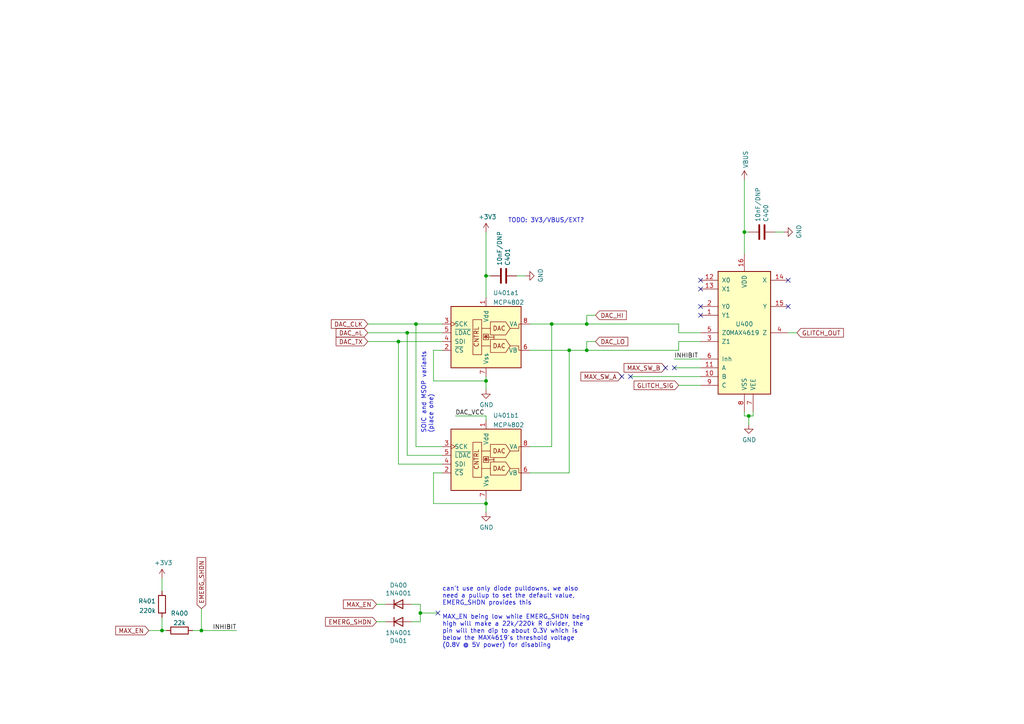
<source format=kicad_sch>
(kicad_sch (version 20211123) (generator eeschema)
  (paper "A4")
  (lib_symbols
    (symbol "4xxx:4053" (pin_names (offset 1.016))
      (property "Reference" "U" (at -7.62 19.05 0))
      (property "Value" "4053" (at -7.62 -19.05 0))
      (symbol "4053_1_0"
        (pin passive line (at -12.7 5.08 0) (length 5.08) (name "Y1") (number "1"))
        (pin input line (at -12.7 -12.7 0) (length 5.08) (name "B") (number "10"))
        (pin input line (at -12.7 -10.16 0) (length 5.08) (name "A") (number "11"))
        (pin passive line (at -12.7 15.24 0) (length 5.08) (name "X0") (number "12"))
        (pin passive line (at -12.7 12.7 0) (length 5.08) (name "X1") (number "13"))
        (pin passive line (at 12.7 15.24 180) (length 5.08) (name "X") (number "14"))
        (pin passive line (at 12.7 7.62 180) (length 5.08) (name "Y") (number "15"))
        (pin power_in line (at 0 22.86 270) (length 5.08) (name "VDD") (number "16"))
        (pin passive line (at -12.7 7.62 0) (length 5.08) (name "Y0") (number "2"))
        (pin passive line (at -12.7 -2.54 0) (length 5.08) (name "Z1") (number "3"))
        (pin passive line (at 12.7 0 180) (length 5.08) (name "Z") (number "4"))
        (pin passive line (at -12.7 0 0) (length 5.08) (name "Z0") (number "5"))
        (pin input line (at -12.7 -7.62 0) (length 5.08) (name "Inh") (number "6"))
        (pin power_in line (at 2.54 -22.86 90) (length 5.08) (name "VEE") (number "7"))
        (pin power_in line (at 0 -22.86 90) (length 5.08) (name "VSS") (number "8"))
        (pin input line (at -12.7 -15.24 0) (length 5.08) (name "C") (number "9"))
      )
      (symbol "4053_1_1"
        (rectangle (start -7.62 17.78) (end 7.62 -17.78) (stroke (width 0.254)) (fill (type background)))
      )
    )
    (symbol "Analog_DAC:MCP4802" (pin_names (offset 1.016))
      (property "Reference" "U" (at -2.54 10.795 0))
      (property "Value" "MCP4802" (at -2.54 8.89 0))
      (symbol "MCP4802_0_0"
        (polyline (pts (xy 0 -1.778) (xy 0 -0.635)))
        (polyline (pts (xy 0.381 -0.889) (xy 0.508 -0.762)))
        (polyline (pts (xy 2.286 -1.143) (xy 2.286 -1.905)))
        (polyline (pts (xy 0.381 -0.889) (xy -0.381 -0.889) (xy -0.508 -1.016)))
        (polyline (pts (xy 0.762 -1.27) (xy 2.286 -1.27) (xy 2.286 -0.762)))
        (polyline (pts (xy 0 -0.889) (xy 0.508 -1.397) (xy -0.508 -1.397) (xy 0 -0.889)))
        (polyline (pts (xy 6.985 -3.81) (xy 9.525 -3.81) (xy 9.525 -5.08) (xy 10.16 -5.08)))
        (polyline (pts (xy 6.985 1.27) (xy 9.525 1.27) (xy 9.525 2.54) (xy 10.16 2.54)))
        (rectangle (start 0.762 -0.381) (end -0.762 -2.032))
        (text "CNTRL" (at -2.032 -4.191 900) (effects (font (size 1.27 1.27)) (justify left bottom)))
        (text "DAC" (at 3.81 -3.81 0) (effects (font (size 1.27 1.27))))
        (text "DAC" (at 3.81 1.27 0) (effects (font (size 1.27 1.27))))
      )
      (symbol "MCP4802_0_1"
        (rectangle (start -10.16 7.62) (end 10.16 -10.16) (stroke (width 0.254)) (fill (type background)))
        (rectangle (start -1.27 -6.35) (end -3.81 3.81))
        (polyline (pts (xy 1.27 -3.81) (xy -1.27 -3.81)))
        (polyline (pts (xy 1.27 1.27) (xy -1.27 1.27)))
        (polyline (pts (xy 6.985 -3.81) (xy 5.715 -1.905) (xy 1.27 -1.905) (xy 1.27 -5.715) (xy 5.715 -5.715) (xy 6.985 -3.81)))
        (polyline (pts (xy 6.985 1.27) (xy 5.715 3.175) (xy 1.27 3.175) (xy 1.27 -0.635) (xy 5.715 -0.635) (xy 6.985 1.27)))
      )
      (symbol "MCP4802_1_1"
        (pin power_in line (at 0 10.16 270) (length 2.54) (name "Vdd") (number "1"))
        (pin input line (at -12.7 -5.08 0) (length 2.54) (name "~{CS}") (number "2"))
        (pin input clock (at -12.7 2.54 0) (length 2.54) (name "SCK") (number "3"))
        (pin input line (at -12.7 -2.54 0) (length 2.54) (name "SDI") (number "4"))
        (pin input line (at -12.7 0 0) (length 2.54) (name "~{LDAC}") (number "5"))
        (pin output line (at 12.7 -5.08 180) (length 2.54) (name "VB") (number "6"))
        (pin power_in line (at 0 -12.7 90) (length 2.54) (name "Vss") (number "7"))
        (pin output line (at 12.7 2.54 180) (length 2.54) (name "VA") (number "8"))
      )
    )
    (symbol "Device:C" (pin_numbers hide) (pin_names (offset 0.254))
      (property "Reference" "C" (at 0.635 2.54 0))
      (property "Value" "C" (at 0.635 -2.54 0))
      (symbol "C_0_1"
        (polyline (pts (xy -2.032 -0.762) (xy 2.032 -0.762)) (stroke (width 0.508)))
        (polyline (pts (xy -2.032 0.762) (xy 2.032 0.762)) (stroke (width 0.508)))
      )
      (symbol "C_1_1"
        (pin passive line (at 0 3.81 270) (length 2.794) (name "~") (number "1"))
        (pin passive line (at 0 -3.81 90) (length 2.794) (name "~") (number "2"))
      )
    )
    (symbol "Device:D" (pin_numbers hide) (pin_names (offset 1.016) hide)
      (property "Reference" "D" (at 0 2.54 0))
      (property "Value" "D" (at 0 -2.54 0))
      (symbol "D_0_1"
        (polyline (pts (xy -1.27 1.27) (xy -1.27 -1.27)) (stroke (width 0.254)))
        (polyline (pts (xy 1.27 0) (xy -1.27 0)))
        (polyline (pts (xy 1.27 1.27) (xy 1.27 -1.27) (xy -1.27 0) (xy 1.27 1.27)) (stroke (width 0.254)))
      )
      (symbol "D_1_1"
        (pin passive line (at -3.81 0 0) (length 2.54) (name "K") (number "1"))
        (pin passive line (at 3.81 0 180) (length 2.54) (name "A") (number "2"))
      )
    )
    (symbol "Device:R" (pin_numbers hide) (pin_names (offset 0))
      (property "Reference" "R" (at 2.032 0 90))
      (property "Value" "R" (at 0 0 90))
      (symbol "R_0_1"
        (rectangle (start -1.016 -2.54) (end 1.016 2.54) (stroke (width 0.254)))
      )
      (symbol "R_1_1"
        (pin passive line (at 0 3.81 270) (length 1.27) (name "~") (number "1"))
        (pin passive line (at 0 -3.81 90) (length 1.27) (name "~") (number "2"))
      )
    )
    (symbol "power:+3V3" (power) (pin_names (offset 0))
      (property "Value" "+3V3" (at 0 3.556 0))
      (symbol "+3V3_0_1"
        (polyline (pts (xy -0.762 1.27) (xy 0 2.54)))
        (polyline (pts (xy 0 0) (xy 0 2.54)))
        (polyline (pts (xy 0 2.54) (xy 0.762 1.27)))
      )
      (symbol "+3V3_1_1"
        (pin power_in line (at 0 0 90) (length 0) hide (name "+3V3") (number "1"))
      )
    )
    (symbol "power:GND" (power) (pin_names (offset 0))
      (property "Value" "GND" (at 0 -3.81 0))
      (symbol "GND_0_1"
        (polyline (pts (xy 0 0) (xy 0 -1.27) (xy 1.27 -1.27) (xy 0 -2.54) (xy -1.27 -1.27) (xy 0 -1.27)))
      )
      (symbol "GND_1_1"
        (pin power_in line (at 0 0 270) (length 0) hide (name "GND") (number "1"))
      )
    )
    (symbol "power:VBUS" (power) (pin_names (offset 0))
      (property "Value" "VBUS" (at 0 3.81 0))
      (symbol "VBUS_0_1"
        (polyline (pts (xy -0.762 1.27) (xy 0 2.54)))
        (polyline (pts (xy 0 0) (xy 0 2.54)))
        (polyline (pts (xy 0 2.54) (xy 0.762 1.27)))
      )
      (symbol "VBUS_1_1"
        (pin power_in line (at 0 0 90) (length 0) hide (name "VBUS") (number "1"))
      )
    )
  )
  (junction (at 140.97 146.05))
  (junction (at 215.9 67.31))
  (junction (at 170.18 101.6))
  (junction (at 121.92 177.8))
  (junction (at 58.42 182.88))
  (junction (at 120.65 93.98))
  (junction (at 170.18 93.98))
  (junction (at 46.99 182.88))
  (junction (at 217.17 120.65))
  (junction (at 115.57 99.06))
  (junction (at 165.1 101.6))
  (junction (at 118.11 96.52))
  (junction (at 140.97 110.49))
  (junction (at 140.97 80.01))
  (junction (at 160.02 93.98))
  (no_connect (at 180.34 109.22))
  (no_connect (at 182.88 109.22))
  (no_connect (at 193.04 106.68))
  (no_connect (at 195.58 106.68))
  (no_connect (at 203.2 81.28))
  (no_connect (at 203.2 83.82))
  (no_connect (at 228.6 88.9))
  (no_connect (at 228.6 81.28))
  (no_connect (at 203.2 88.9))
  (no_connect (at 203.2 91.44))
  (no_connect (at 127 177.8))
  (wire (pts (xy 120.65 93.98) (xy 128.27 93.98)))
  (wire (pts (xy 170.18 91.44) (xy 172.72 91.44)))
  (wire (pts (xy 160.02 93.98) (xy 160.02 129.54)))
  (wire (pts (xy 106.68 99.06) (xy 115.57 99.06)))
  (wire (pts (xy 195.58 106.68) (xy 203.2 106.68)))
  (wire (pts (xy 128.27 134.62) (xy 115.57 134.62)))
  (wire (pts (xy 111.76 175.26) (xy 109.22 175.26)))
  (wire (pts (xy 218.44 120.65) (xy 218.44 119.38)))
  (wire (pts (xy 153.67 101.6) (xy 165.1 101.6)))
  (wire (pts (xy 170.18 91.44) (xy 170.18 93.98)))
  (wire (pts (xy 140.97 109.22) (xy 140.97 110.49)))
  (wire (pts (xy 196.85 99.06) (xy 203.2 99.06)))
  (wire (pts (xy 115.57 99.06) (xy 115.57 134.62)))
  (wire (pts (xy 119.38 180.34) (xy 121.92 180.34)))
  (wire (pts (xy 125.73 146.05) (xy 140.97 146.05)))
  (wire (pts (xy 172.72 99.06) (xy 170.18 99.06)))
  (wire (pts (xy 43.18 182.88) (xy 46.99 182.88)))
  (wire (pts (xy 55.88 182.88) (xy 58.42 182.88)))
  (wire (pts (xy 58.42 182.88) (xy 68.58 182.88)))
  (wire (pts (xy 196.85 93.98) (xy 196.85 96.52)))
  (wire (pts (xy 217.17 120.65) (xy 218.44 120.65)))
  (wire (pts (xy 215.9 67.31) (xy 217.17 67.31)))
  (wire (pts (xy 160.02 93.98) (xy 170.18 93.98)))
  (wire (pts (xy 195.58 104.14) (xy 203.2 104.14)))
  (wire (pts (xy 196.85 96.52) (xy 203.2 96.52)))
  (wire (pts (xy 165.1 101.6) (xy 165.1 137.16)))
  (wire (pts (xy 196.85 111.76) (xy 203.2 111.76)))
  (wire (pts (xy 121.92 177.8) (xy 127 177.8)))
  (wire (pts (xy 224.79 67.31) (xy 227.33 67.31)))
  (wire (pts (xy 128.27 137.16) (xy 125.73 137.16)))
  (wire (pts (xy 149.86 80.01) (xy 152.4 80.01)))
  (wire (pts (xy 153.67 137.16) (xy 165.1 137.16)))
  (wire (pts (xy 132.08 120.65) (xy 140.97 120.65)))
  (wire (pts (xy 128.27 101.6) (xy 125.73 101.6)))
  (wire (pts (xy 182.88 109.22) (xy 203.2 109.22)))
  (wire (pts (xy 125.73 137.16) (xy 125.73 146.05)))
  (wire (pts (xy 106.68 93.98) (xy 120.65 93.98)))
  (wire (pts (xy 215.9 120.65) (xy 217.17 120.65)))
  (wire (pts (xy 140.97 120.65) (xy 140.97 121.92)))
  (wire (pts (xy 170.18 101.6) (xy 196.85 101.6)))
  (wire (pts (xy 109.22 180.34) (xy 111.76 180.34)))
  (wire (pts (xy 128.27 129.54) (xy 120.65 129.54)))
  (wire (pts (xy 170.18 93.98) (xy 196.85 93.98)))
  (wire (pts (xy 58.42 176.53) (xy 58.42 182.88)))
  (wire (pts (xy 118.11 96.52) (xy 118.11 132.08)))
  (wire (pts (xy 215.9 120.65) (xy 215.9 119.38)))
  (wire (pts (xy 215.9 67.31) (xy 215.9 52.07)))
  (wire (pts (xy 153.67 93.98) (xy 160.02 93.98)))
  (wire (pts (xy 119.38 175.26) (xy 121.92 175.26)))
  (wire (pts (xy 118.11 96.52) (xy 128.27 96.52)))
  (wire (pts (xy 196.85 101.6) (xy 196.85 99.06)))
  (wire (pts (xy 153.67 129.54) (xy 160.02 129.54)))
  (wire (pts (xy 140.97 146.05) (xy 140.97 148.59)))
  (wire (pts (xy 231.14 96.52) (xy 228.6 96.52)))
  (wire (pts (xy 165.1 101.6) (xy 170.18 101.6)))
  (wire (pts (xy 140.97 144.78) (xy 140.97 146.05)))
  (wire (pts (xy 46.99 167.64) (xy 46.99 171.45)))
  (wire (pts (xy 217.17 120.65) (xy 217.17 123.19)))
  (wire (pts (xy 121.92 175.26) (xy 121.92 177.8)))
  (wire (pts (xy 140.97 80.01) (xy 140.97 67.31)))
  (wire (pts (xy 121.92 177.8) (xy 121.92 180.34)))
  (wire (pts (xy 140.97 110.49) (xy 140.97 113.03)))
  (wire (pts (xy 125.73 101.6) (xy 125.73 110.49)))
  (wire (pts (xy 125.73 110.49) (xy 140.97 110.49)))
  (wire (pts (xy 140.97 80.01) (xy 142.24 80.01)))
  (wire (pts (xy 106.68 96.52) (xy 118.11 96.52)))
  (wire (pts (xy 140.97 80.01) (xy 140.97 86.36)))
  (wire (pts (xy 128.27 132.08) (xy 118.11 132.08)))
  (wire (pts (xy 215.9 67.31) (xy 215.9 73.66)))
  (wire (pts (xy 48.26 182.88) (xy 46.99 182.88)))
  (wire (pts (xy 46.99 179.07) (xy 46.99 182.88)))
  (wire (pts (xy 120.65 93.98) (xy 120.65 129.54)))
  (wire (pts (xy 115.57 99.06) (xy 128.27 99.06)))
  (wire (pts (xy 170.18 99.06) (xy 170.18 101.6)))
  (text "can't use only diode pulldowns, we also\nneed a pullup to set the default value,\nEMERG_SHDN provides this\n\nMAX_EN being low while EMERG_SHDN being\nhigh will make a 22k/220k R divider, the\npin will then dip to about 0.3V which is\nbelow the MAX4619's threshold voltage\n(0.8V @ 5V power) for disabling" (at 128.27 187.96 0) (effects (font (size 1.27 1.27)) (justify left bottom)))
  (text "TODO: 3V3/VBUS/EXT?" (at 147.32 64.77 0) (effects (font (size 1.27 1.27)) (justify left bottom)))
  (text "SOIC and MSOP variants\n(place one)" (at 125.73 125.73 90) (effects (font (size 1.27 1.27)) (justify left bottom)))
  (label "INHIBIT" (at 195.58 104.14 0))
  (label "DAC_VCC" (at 132.08 120.65 0))
  (label "INHIBIT" (at 68.58 182.88 180))
  (global_label "DAC_nL" (shape input) (at 106.68 96.52 180) (property "Intersheet References" "${INTERSHEET_REFS}" (effects hide)))
  (global_label "EMERG_SHDN" (shape input) (at 109.22 180.34 180) (property "Intersheet References" "${INTERSHEET_REFS}" (effects hide)))
  (global_label "DAC_HI" (shape input) (at 172.72 91.44 0) (property "Intersheet References" "${INTERSHEET_REFS}" (effects hide)))
  (global_label "MAX_EN" (shape input) (at 109.22 175.26 180) (property "Intersheet References" "${INTERSHEET_REFS}" (effects hide)))
  (global_label "EMERG_SHDN" (shape input) (at 58.42 176.53 90) (property "Intersheet References" "${INTERSHEET_REFS}" (effects hide)))
  (global_label "MAX_EN" (shape input) (at 43.18 182.88 180) (property "Intersheet References" "${INTERSHEET_REFS}" (effects hide)))
  (global_label "MAX_SW_B" (shape input) (at 193.04 106.68 180) (property "Intersheet References" "${INTERSHEET_REFS}" (effects hide)))
  (global_label "DAC_LO" (shape input) (at 172.72 99.06 0) (property "Intersheet References" "${INTERSHEET_REFS}" (effects hide)))
  (global_label "GLITCH_SIG" (shape input) (at 196.85 111.76 180) (property "Intersheet References" "${INTERSHEET_REFS}" (effects hide)))
  (global_label "GLITCH_OUT" (shape input) (at 231.14 96.52 0) (property "Intersheet References" "${INTERSHEET_REFS}" (effects hide)))
  (global_label "DAC_CLK" (shape input) (at 106.68 93.98 180) (property "Intersheet References" "${INTERSHEET_REFS}" (effects hide)))
  (global_label "DAC_TX" (shape input) (at 106.68 99.06 180) (property "Intersheet References" "${INTERSHEET_REFS}" (effects hide)))
  (global_label "MAX_SW_A" (shape input) (at 180.34 109.22 180) (property "Intersheet References" "${INTERSHEET_REFS}" (effects hide)))
  (symbol (lib_id "power:VBUS") (at 215.9 52.07 0) (unit 1)
    (property "Reference" "#PWR0156" (effects hide))
    (property "Value" "VBUS" (at 216.281 48.8188 90) (effects (justify left)))
  )
  (symbol (lib_id "4xxx:4053") (at 215.9 96.52 0) (unit 1)
    (property "Reference" "U400" (at 215.9 93.98 0))
    (property "Value" "MAX4619" (at 215.9 96.52 0))
    (property "Footprint" "Package_SO:SO-16_3.9x9.9mm_P1.27mm" (effects hide))
    (property "Datasheet" "http://www.intersil.com/content/dam/Intersil/documents/cd40/cd4051bms-52bms-53bms.pdf" (effects hide))
  )
  (symbol (lib_id "power:GND") (at 217.17 123.19 0) (unit 1)
    (property "Reference" "#PWR0149" (effects hide))
    (property "Value" "GND" (at 217.297 127.5842 0))
  )
  (symbol (lib_id "Device:C") (at 146.05 80.01 270) (mirror x) (unit 1)
    (property "Reference" "C401" (at 147.2184 77.089 0) (effects (justify left)))
    (property "Value" "10nF/DNP" (at 144.907 77.089 0) (effects (justify left)))
    (property "Footprint" "Capacitor_SMD:C_0805_2012Metric_Pad1.18x1.45mm_HandSolder" (effects hide))
  )
  (symbol (lib_id "power:GND") (at 140.97 113.03 0) (unit 1)
    (property "Reference" "#PWR0146" (effects hide))
    (property "Value" "GND" (at 141.097 117.4242 0))
  )
  (symbol (lib_id "Device:C") (at 220.98 67.31 270) (mirror x) (unit 1)
    (property "Reference" "C400" (at 222.1484 64.389 0) (effects (justify left)))
    (property "Value" "10nF/DNP" (at 219.837 64.389 0) (effects (justify left)))
    (property "Footprint" "Capacitor_SMD:C_0805_2012Metric_Pad1.18x1.45mm_HandSolder" (effects hide))
  )
  (symbol (lib_id "power:+3V3") (at 140.97 67.31 0) (unit 1)
    (property "Reference" "#PWR0144" (effects hide))
    (property "Value" "+3V3" (at 141.351 62.9158 0))
  )
  (symbol (lib_id "power:GND") (at 152.4 80.01 90) (unit 1)
    (property "Reference" "#PWR0145" (effects hide))
    (property "Value" "GND" (at 156.7942 79.883 0))
  )
  (symbol (lib_id "power:GND") (at 140.97 148.59 0) (unit 1)
    (property "Reference" "#PWR0147" (effects hide))
    (property "Value" "GND" (at 141.097 152.9842 0))
  )
  (symbol (lib_id "Analog_DAC:MCP4802") (at 140.97 96.52 0) (unit 1)
    (property "Reference" "U401a1" (at 142.9894 84.9335 0) (effects (justify left)))
    (property "Value" "MCP4802" (at 142.9894 87.7086 0) (effects (justify left)))
    (property "Footprint" "Package_SO:SOIC-8_3.9x4.9mm_P1.27mm" (effects hide))
    (property "Datasheet" "http://ww1.microchip.com/downloads/en/DeviceDoc/20002249B.pdf" (effects hide))
  )
  (symbol (lib_id "Device:R") (at 52.07 182.88 90) (unit 1)
    (property "Reference" "R400" (at 52.07 177.8975 90))
    (property "Value" "22k" (at 52.07 180.6726 90))
    (property "Footprint" "Resistor_SMD:R_0805_2012Metric_Pad1.20x1.40mm_HandSolder" (effects hide))
  )
  (symbol (lib_id "Analog_DAC:MCP4802") (at 140.97 132.08 0) (unit 1) (in_bom no)
    (property "Reference" "U401b1" (at 142.9894 120.4935 0) (effects (justify left)))
    (property "Value" "MCP4802" (at 142.9894 123.2686 0) (effects (justify left)))
    (property "Footprint" "Package_SO:MSOP-8_3x3mm_P0.65mm" (effects hide))
    (property "Datasheet" "http://ww1.microchip.com/downloads/en/DeviceDoc/20002249B.pdf" (effects hide))
  )
  (symbol (lib_id "power:+3V3") (at 46.99 167.64 0) (unit 1)
    (property "Reference" "#PWR0161" (effects hide))
    (property "Value" "+3V3" (at 47.371 163.2458 0))
  )
  (symbol (lib_id "Device:R") (at 46.99 175.26 0) (mirror x) (unit 1)
    (property "Reference" "R401" (at 45.212 174.3515 0) (effects (justify right)))
    (property "Value" "220k" (at 45.212 177.1266 0) (effects (justify right)))
    (property "Footprint" "Resistor_SMD:R_0805_2012Metric_Pad1.20x1.40mm_HandSolder" (effects hide))
  )
  (symbol (lib_id "power:GND") (at 227.33 67.31 90) (unit 1)
    (property "Reference" "#PWR0160" (effects hide))
    (property "Value" "GND" (at 231.7242 67.183 0))
  )
  (symbol (lib_id "Device:D") (at 115.57 175.26 0) (unit 1) (in_bom no) (on_board no)
    (property "Reference" "D400" (at 115.57 169.7482 0))
    (property "Value" "1N4001" (at 115.57 172.0596 0))
    (property "Footprint" "Diode_SMD:D_SOD-123" (effects hide))
  )
  (symbol (lib_id "Device:D") (at 115.57 180.34 0) (mirror x) (unit 1) (in_bom no) (on_board no)
    (property "Reference" "D401" (at 115.57 185.8518 0))
    (property "Value" "1N4001" (at 115.57 183.5404 0))
    (property "Footprint" "Diode_SMD:D_SOD-123" (effects hide))
  )
)
</source>
